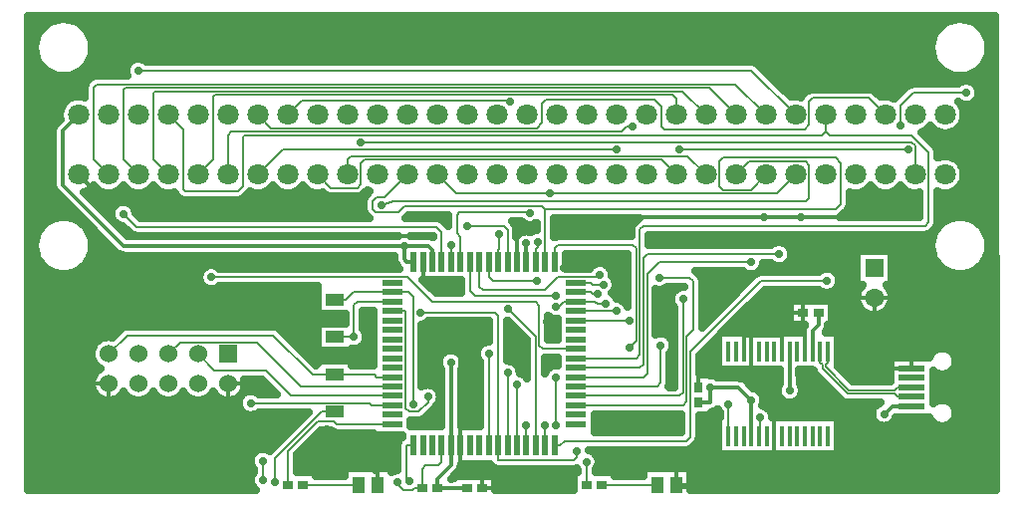
<source format=gbr>
G04 DipTrace 3.1.0.1*
G04 Top.gbr*
%MOMM*%
G04 #@! TF.FileFunction,Copper,L1,Top*
G04 #@! TF.Part,Single*
G04 #@! TA.AperFunction,Conductor*
%ADD13C,0.3*%
%ADD14C,0.15*%
G04 #@! TA.AperFunction,CopperBalancing*
%ADD15C,0.635*%
%ADD16C,0.33*%
%ADD17R,0.9X0.7*%
%ADD18R,0.7X0.9*%
G04 #@! TA.AperFunction,ComponentPad*
%ADD19R,1.6X1.6*%
%ADD20C,1.6*%
%ADD21R,1.0X1.45*%
G04 #@! TA.AperFunction,ComponentPad*
%ADD22C,1.8*%
%ADD24R,2.3X0.5*%
%ADD25R,2.5X2.0*%
G04 #@! TA.AperFunction,ComponentPad*
%ADD26C,1.524*%
%ADD27R,1.524X1.524*%
%ADD28R,1.5X1.0*%
%ADD29R,0.4X1.8*%
%ADD31R,1.8X0.5*%
%ADD32R,0.5X1.8*%
G04 #@! TA.AperFunction,ViaPad*
%ADD33C,0.7*%
%FSLAX35Y35*%
G04*
G71*
G90*
G75*
G01*
G04 Top*
%LPD*%
X7747500Y2259750D2*
D13*
Y2433750D1*
X7797500Y2483750D1*
Y2587500D1*
X4675000Y2168110D2*
Y1461500D1*
X4515000Y3021500D2*
Y3121487D1*
X4479987Y3156500D1*
X4277000D1*
X7227500Y1539750D2*
Y1845510D1*
X4277000Y3156500D2*
Y3041953D1*
X4297453Y3021500D1*
X4355000D1*
X5315000Y3176500D2*
Y3021500D1*
X7552500Y1925510D2*
Y2259750D1*
X4559000Y1095250D2*
X4810000D1*
X4675000Y1461500D2*
Y1291250D1*
X4559000Y1175250D1*
Y1095250D1*
X4277000Y3156500D2*
X1892090D1*
X1373000Y3675590D1*
Y4135250D1*
X1508000Y4270250D1*
X6878500Y1955500D2*
Y1825500D1*
X6778500D1*
X7227500Y1845510D2*
X7117510Y1955500D1*
X6878500D1*
X8589273Y1793877D2*
X8423060D1*
X8355610Y1726427D1*
X4556000Y3762247D2*
D14*
X4715997Y3602250D1*
X5510510D1*
X5413940Y3191023D2*
Y3143393D1*
X5398063Y3127517D1*
Y3021500D1*
X5395000D1*
X5510510Y3602250D2*
X7444003D1*
X7604000Y3762247D1*
X4302000D2*
X4106953Y3567200D1*
X4038060D1*
X4004627Y3533767D1*
Y3471763D1*
X4035493Y3440897D1*
X4227737D1*
X4281570Y3494730D1*
X5445000D1*
X5475000Y3464730D1*
X7940500D1*
X7985960Y3510190D1*
Y3859290D1*
X7940500Y3904750D1*
X6984500D1*
X6954500Y3874750D1*
Y3662250D1*
X6984500Y3632250D1*
X7220003D1*
X7350000Y3762247D1*
X5475000Y3464730D2*
Y3021500D1*
X7096000Y3762247D2*
X7208503Y3874750D1*
X7686500D1*
X7716500Y3844750D1*
Y3564490D1*
X7686500Y3534490D1*
X4183590D1*
X4079850Y3503073D1*
X6192500Y2289000D2*
X6250000Y2346500D1*
Y3134000D1*
X6220000Y3164000D1*
X5585000D1*
X5555000Y3134000D1*
Y3021500D1*
X6842000Y3762247D2*
X6684497Y3919750D1*
X3824000D1*
X3794000Y3889750D1*
Y3762247D1*
X5969623Y2825860D2*
X5874363D1*
X5858723Y2841500D1*
X5735000D1*
X6588000Y3762247D2*
X6460497Y3889750D1*
X3936500D1*
X3906500Y3859750D1*
Y3679750D1*
X3876500Y3649750D1*
X3652497D1*
X3540000Y3762247D1*
X5924517Y2745003D2*
X5875837D1*
X5858487Y2762353D1*
X5788547D1*
X5789400Y2761500D1*
X5735000D1*
X5985627Y2667433D2*
X5922237D1*
X5895937Y2681500D1*
X5735000D1*
X5563140Y1629697D2*
Y2035500D1*
X5565000D1*
X5735000Y2681500D2*
X5634743D1*
X5592680Y2639437D1*
X5565000D1*
X6080000Y3977250D2*
X3247003D1*
X3032000Y3762247D1*
X6080000Y2601500D2*
X5735000D1*
X6214113Y4173047D2*
X6168283D1*
X6122987Y4127750D1*
X2808000D1*
X2778000Y4097750D1*
Y3762247D1*
X6192500Y2521500D2*
X5735000D1*
X6588000Y4270250D2*
Y4410250D1*
X6558000Y4440250D1*
X2666500D1*
X2651263Y4425013D1*
Y3889510D1*
X2524000Y3762247D1*
X5735000Y1801500D2*
X6645500D1*
X6675500Y1831500D1*
Y2387760D1*
X6733000Y2445260D1*
Y2856310D1*
X6703000Y2886310D1*
X6446500D1*
X6842000Y4270250D2*
X6642000Y4470250D1*
X2158500D1*
X2143500Y4455250D1*
Y3888747D1*
X2270000Y3762247D1*
X6645500Y2703020D2*
Y1911500D1*
X6615500Y1881500D1*
X5735000D1*
X7096000Y4270250D2*
X6866000Y4500250D1*
X1904500D1*
X1889950Y4485700D1*
Y3888297D1*
X2016000Y3762247D1*
X6457500Y2310310D2*
Y1991500D1*
X6427500Y1961500D1*
X5735000D1*
X7350000Y4270250D2*
X7090000Y4530250D1*
X1665500D1*
X1635500Y4500250D1*
Y3888747D1*
X1762000Y3762247D1*
X7223880Y3016380D2*
X6442480D1*
X6340000Y2913900D1*
Y2071500D1*
X6310000Y2041500D1*
X5735000D1*
X7462500Y3086000D2*
X6340000D1*
X6310000Y3056000D1*
Y2151500D1*
X6280000Y2121500D1*
X5735000D1*
X7604000Y4270250D2*
X7226500Y4647750D1*
X2016000D1*
X2270000Y4270250D2*
X2397373Y4142877D1*
Y3634887D1*
X2412500Y3619760D1*
X2860500D1*
X2905427Y3664687D1*
Y4082677D1*
X2920500Y4097750D1*
X7828000D1*
X7858000Y4127750D1*
Y4270250D1*
Y4128693D2*
X7888943Y4097750D1*
X8587517D1*
X8732500Y3952767D1*
Y3355577D1*
X8702500Y3325577D1*
X6310007D1*
X6280000Y3295570D1*
Y2231500D1*
X6250000Y2201500D1*
X5735000D1*
X2636500Y2889000D2*
X4302940D1*
X4513640Y2678300D1*
X5395000D1*
X5425000Y2648300D1*
Y2311500D1*
X5455000Y2281500D1*
X5735000D1*
X4477217Y1873260D2*
Y1825630D1*
X4397833Y1746247D1*
X4318450D1*
X4287500Y1777197D1*
Y2601500D1*
X4175000D1*
X5565903Y2729470D2*
X4882800D1*
X4835000Y2777270D1*
Y3021500D1*
X4811270Y3325353D2*
X5122940D1*
X5155000Y3293290D1*
Y3021500D1*
X4995000Y2240610D2*
Y1461500D1*
X8494013Y4175377D2*
Y4350640D1*
X8601130Y4457757D1*
X9053790D1*
X5075000Y1461500D2*
Y1333453D1*
X5715597D1*
X5741677Y1359533D1*
Y1407747D1*
X4414500Y2590790D2*
X5045003D1*
X5075000Y2560793D1*
Y1461500D1*
X5155000Y2076533D2*
Y1461500D1*
X3906500Y4037250D2*
X8590000D1*
X8620000Y4007250D1*
Y3762247D1*
X5235000Y1975610D2*
Y1461500D1*
X5315000Y1633253D2*
Y1461500D1*
X5176500Y4382750D2*
Y4390203D1*
X3405953D1*
X3286000Y4270250D1*
X5162500Y2620800D2*
X5395000Y2388300D1*
Y1461500D1*
X8562500Y3977250D2*
X6618000D1*
X3032000Y4270250D2*
X3144500Y4157750D1*
X5400500D1*
X5445687Y4202937D1*
Y4367937D1*
X5477617Y4399867D1*
X6399383D1*
X6459420Y4339830D1*
Y4174830D1*
X6484960Y4149290D1*
X7678040D1*
X7716500Y4187750D1*
Y4382750D1*
X7746500Y4412750D1*
X8223500D1*
X8366000Y4270250D1*
X5475000Y1630407D2*
Y1461500D1*
X7868780Y2858900D2*
X7310493D1*
X6705500Y2253907D1*
Y1527000D1*
X6675500Y1497000D1*
X5638000D1*
X5602500Y1461500D1*
X5555000D1*
X3682877Y2381127D2*
X3849000Y2381130D1*
X7303263Y1695327D2*
Y1539750D1*
X7292500D1*
X3849000Y2381130D2*
Y2651500D1*
X3879000Y2681500D1*
X4175000D1*
X4350203Y1809753D2*
Y2726297D1*
X4315000Y2761500D1*
X4175000D1*
X7033360Y1809753D2*
Y1539750D1*
X7032500D1*
X4175000Y2761500D2*
X3843257D1*
X3780380Y2698623D1*
X3682873D1*
X7162500Y2259750D2*
D13*
Y2397190D1*
X7227500D1*
X7489940D1*
X7525537Y2432787D1*
Y2540080D1*
X7572957Y2587500D1*
X7667500D1*
X7489940Y2397190D2*
X7487500Y2259750D1*
X6778500Y1955500D2*
Y2045500D1*
X6826127D1*
X7092500D1*
X7122500Y2015500D1*
X7207127D1*
X7227500D1*
Y2045500D1*
X7422500Y1850500D1*
Y1539750D1*
X4755000Y2435790D2*
Y1461500D1*
X4034017Y1253313D2*
X4048000D1*
Y1127000D1*
X7525537Y2432787D2*
X7648707D1*
X7682500Y2398993D1*
Y2259750D1*
X7227500Y2045500D2*
Y2259750D1*
X5242353Y3260450D2*
X5235000D1*
Y3021500D1*
X4560250Y2861500D2*
X4435000D1*
Y3021500D1*
X7667500Y2587500D2*
Y2666167D1*
X7715833Y2714500D1*
X8270750D1*
X6733690Y1095250D2*
X6718690Y1110250D1*
X6588000D1*
Y1127000D1*
X7422500Y1539750D2*
Y1155250D1*
X7362500Y1095250D1*
X6733690D1*
X4907427Y1236707D2*
X4936977Y1207157D1*
Y1095250D1*
X4940000D1*
X4755000Y1461500D2*
Y1304500D1*
X4822793Y1236707D1*
X4907427D1*
X7227500Y2259750D2*
Y2397190D1*
X7207127Y2063623D2*
Y2015500D1*
X6826127Y2079500D2*
Y2045500D1*
X8080250Y3428877D2*
X8000877D1*
X7969127Y3397127D1*
X7651627D1*
X7334127D1*
X5841877D1*
X5762500Y3317750D1*
X4524250Y3238373D2*
X4048000D1*
X3413000D1*
X2873250D1*
X2285873D1*
X1905477D1*
X1682627Y3461223D1*
Y3587620D1*
X1508000Y3762247D1*
X8589273Y2113877D2*
X8364533D1*
X8287617Y2190793D1*
Y2317807D1*
X8368687Y2398877D1*
X8599273D1*
X3286000Y1127000D2*
D14*
Y1412370D1*
X3539770Y1666140D1*
X3679433D1*
X3704077Y1641500D1*
X4175000D1*
X3888000Y1127000D2*
X3746280D1*
X3416000D1*
X1889320Y3429173D2*
X2000457Y3318037D1*
X4551043D1*
X4595000Y3274080D1*
Y3021500D1*
X5938500Y2909010D2*
X5918490Y2889000D1*
X5579610D1*
X5470420Y2779810D1*
X4945000D1*
X4915000Y2809810D1*
Y3021500D1*
X5402287Y2862187D2*
X5029323D1*
X4995000Y2896510D1*
Y3021500D1*
X5343010Y3437230D2*
X5340220Y3440020D1*
X4742800D1*
X4722500Y3419720D1*
Y3265250D1*
X4755000Y3232750D1*
Y3021500D1*
X4321960Y1152750D2*
X4294460Y1180250D1*
Y1461500D1*
X4355000D1*
X3074600Y1328610D2*
Y1164500D1*
X3076000D1*
X5824600Y1320220D2*
Y1127000D1*
X5826000D1*
X6428000D2*
X6325500D1*
X5956000D1*
X2969900Y1818630D2*
X3984390D1*
X4001520Y1801500D1*
X4175000D1*
Y2041500D2*
X4043557D1*
X4021430Y2063627D1*
X3682877D1*
X3495697D1*
X3162373Y2396950D1*
X1920700D1*
X1762000Y2238250D1*
X4175000Y1881500D2*
X3315810D1*
X3099360Y2097950D1*
X2664300D1*
X2524000Y2238250D1*
X4175000Y1961500D2*
X3397280D1*
X3021830Y2336950D1*
X2368700D1*
X2270000Y2238250D1*
X8589273Y1873877D2*
X8466773D1*
X8441773Y1898877D1*
X8417773D1*
X8045713D1*
X7830047Y2114543D1*
X7830037Y2144757D1*
X7812530Y2162250D1*
X7812500Y2259750D1*
X8589273Y1953877D2*
X8466773D1*
X8441773Y1928877D1*
X8417773D1*
X8058140D1*
X7860040Y2126977D1*
X7860037Y2144763D1*
X7877530Y2162270D1*
X7877500Y2259770D1*
X5081887Y3256843D2*
Y3128873D1*
X5077367Y3124353D1*
Y3073533D1*
X5075000Y3075900D1*
Y3021500D1*
X3177753Y1147530D2*
Y1351753D1*
X3572123Y1746123D1*
X3682877D1*
X4429000Y1095250D2*
Y1258860D1*
X4459000Y1288860D1*
X4565000D1*
X4595000Y1318860D1*
Y1461500D1*
X4220207Y1145667D2*
Y1128753D1*
X4271960Y1077000D1*
X4347777D1*
X4366027Y1095250D1*
X4429000D1*
X4675000Y3161500D2*
Y3021500D1*
D33*
X7651627Y3397127D3*
X7334127D3*
X8080250Y3428877D3*
X8572377D3*
X9293393Y5105470D3*
X1084587Y5106413D3*
Y1085450D3*
X9299150Y1082847D3*
X2285873Y3238373D3*
X2873250D3*
X4540123Y3397127D3*
X3270127Y3460623D3*
X3555873Y3460627D3*
X3270127Y3016127D3*
X3555873D3*
X3253777Y2484897D3*
X3508250Y2333500D3*
X4000373Y2603377D3*
X7207127Y2063623D3*
X7762750Y1793757D3*
X8469067Y1695803D3*
X7397627Y2651000D3*
X8064377Y2158873D3*
X6826127Y2079500D3*
X5762500Y3000250D3*
Y3317750D3*
X5492627Y2508123D3*
Y2158873D3*
X3460627Y1412753D3*
X4048000D3*
X5635500Y2968500D3*
X5206873Y2317627D3*
X3413000Y3238373D3*
X4048000D3*
X4524250D3*
X5984750Y1603250D3*
X6461000D3*
X6556250Y2079500D3*
X6445127Y2651000D3*
X6857873Y1555623D3*
X7684303Y2079657D3*
X8366000Y1523873D3*
X7540500Y1698500D3*
X3614273Y1601140D3*
X3413480Y1730370D3*
X4675000Y2168110D3*
X4277000Y3156500D3*
X5315000Y3176500D3*
X8355610Y1726427D3*
X6878500Y1955500D3*
X7552500Y1925510D3*
X7227500Y1845510D3*
X5413940Y3191023D3*
X5510510Y3602250D3*
X4079850Y3503073D3*
X6192500Y2289000D3*
X5969623Y2825860D3*
X5924517Y2745003D3*
X5565000Y2639437D3*
Y2035500D3*
X5563140Y1629697D3*
X5985627Y2667433D3*
X6080000Y3977250D3*
Y2601500D3*
X6214113Y4173047D3*
X6192500Y2521500D3*
X6446500Y2886310D3*
X6645500Y2703020D3*
X6457500Y2310310D3*
X7223880Y3016380D3*
X7462500Y3086000D3*
X2016000Y4647750D3*
X2636500Y2889000D3*
X4477217Y1873260D3*
X5565903Y2729470D3*
X4811270Y3325353D3*
X4995000Y2240610D3*
X5741677Y1407747D3*
X9053790Y4457757D3*
X8494013Y4175377D3*
X4414500Y2590790D3*
X5155000Y2076533D3*
X5235000Y1975610D3*
X3906500Y4037250D3*
X5315000Y1633253D3*
X5162500Y2620800D3*
X6618000Y3977250D3*
X8562500D3*
X5176500Y4382750D3*
X5475000Y1630407D3*
X7868780Y2858900D3*
X7303263Y1695327D3*
X3849000Y2381130D3*
X4350203Y1809753D3*
X7033360D3*
X4034017Y1253313D3*
X5242353Y3260450D3*
X4907427Y1236707D3*
X4755000Y2435790D3*
X6733690Y1095250D3*
X4560250Y2861500D3*
X1889320Y3429173D3*
X5938500Y2909010D3*
X5402287Y2862187D3*
X5343010Y3437230D3*
X4321960Y1152750D3*
X3076000Y1164500D3*
X3074600Y1328610D3*
X5824600Y1320220D3*
X2969900Y1818630D3*
X5081887Y3256843D3*
X3177753Y1147530D3*
X4220207Y1145667D3*
X4675000Y3161500D3*
X1085773Y5048457D2*
D15*
X1248253D1*
X1513793D2*
X8868230D1*
X9133767D2*
X9296340D1*
X1085773Y4985290D2*
X1179440D1*
X1582517D2*
X8799413D1*
X9202583D2*
X9296340D1*
X1085773Y4922123D2*
X1146080D1*
X1615877D2*
X8766053D1*
X9235940D2*
X9296340D1*
X1085773Y4858957D2*
X1132957D1*
X1629000D2*
X8752930D1*
X9249067D2*
X9296340D1*
X1085773Y4795790D2*
X1136783D1*
X1625263D2*
X8756757D1*
X9245240D2*
X9296340D1*
X1085773Y4732623D2*
X1158293D1*
X1603663D2*
X1952540D1*
X2079443D2*
X8778360D1*
X9223637D2*
X9296340D1*
X1085773Y4669457D2*
X1204323D1*
X1557727D2*
X1909700D1*
X7316957D2*
X8824297D1*
X9177700D2*
X9296430D1*
X1085773Y4606290D2*
X1317527D1*
X1444430D2*
X1916170D1*
X7380120D2*
X8937500D1*
X9064497D2*
X9296430D1*
X1085773Y4543123D2*
X1567903D1*
X7443287D2*
X8991093D1*
X9116450D2*
X9296430D1*
X1085773Y4479957D2*
X1554323D1*
X7506450D2*
X7707303D1*
X8262687D2*
X8511210D1*
X9160017D2*
X9296430D1*
X1085773Y4416790D2*
X1444490D1*
X9153910D2*
X9296430D1*
X1085773Y4353623D2*
X1368293D1*
X9013727D2*
X9296523D1*
X1085773Y4290457D2*
X1345690D1*
X9036333D2*
X9296523D1*
X1085773Y4227290D2*
X1342317D1*
X9031683D2*
X9296523D1*
X1085773Y4164123D2*
X1289633D1*
X8996410D2*
X9296523D1*
X1085773Y4100957D2*
X1284347D1*
X8696450D2*
X9296523D1*
X1085773Y4037790D2*
X1284347D1*
X8759613D2*
X9296613D1*
X1085773Y3974623D2*
X1284347D1*
X8810380D2*
X9296613D1*
X1085773Y3911457D2*
X1284347D1*
X8930147D2*
X9296613D1*
X1085773Y3848290D2*
X1284347D1*
X9011997D2*
X9296613D1*
X1085773Y3785123D2*
X1284347D1*
X9035967D2*
X9296613D1*
X1085773Y3721957D2*
X1284347D1*
X9032413D2*
X9296613D1*
X1085773Y3658790D2*
X1286080D1*
X8998870D2*
X9296707D1*
X1085773Y3595623D2*
X1330287D1*
X1575680D2*
X2327330D1*
X2948520D2*
X3594530D1*
X8067087D2*
X8651393D1*
X8813663D2*
X9296707D1*
X1085773Y3532457D2*
X1393450D1*
X1638847D2*
X3923477D1*
X8067087D2*
X8651393D1*
X8813663D2*
X9296707D1*
X1085773Y3469290D2*
X1456613D1*
X1702010D2*
X1788840D1*
X1989757D2*
X3923567D1*
X8054963D2*
X8651393D1*
X8813663D2*
X9296707D1*
X1085773Y3406123D2*
X1519777D1*
X2024483D2*
X3958110D1*
X4305043D2*
X4641340D1*
X7993350D2*
X8651393D1*
X8813663D2*
X9296707D1*
X1085773Y3342957D2*
X1216990D1*
X1545057D2*
X1582943D1*
X5217230D2*
X5296953D1*
X5556110D2*
X6215793D1*
X9165030D2*
X9296797D1*
X1085773Y3279790D2*
X1164583D1*
X1597373D2*
X1646107D1*
X1891500D2*
X1926563D1*
X5236097D2*
X5356743D1*
X5556110D2*
X6198840D1*
X9217347D2*
X9296797D1*
X1085773Y3216623D2*
X1139337D1*
X1622713D2*
X1709270D1*
X6361110D2*
X8759310D1*
X9242687D2*
X9296797D1*
X1085773Y3153457D2*
X1132407D1*
X1629547D2*
X1772433D1*
X7545733D2*
X8752383D1*
X9249613D2*
X9296797D1*
X1085773Y3090290D2*
X1142343D1*
X1619703D2*
X1836873D1*
X7571073D2*
X8117097D1*
X8424380D2*
X8762317D1*
X9239680D2*
X9296797D1*
X1085773Y3027123D2*
X1171420D1*
X1590630D2*
X4189713D1*
X5653637D2*
X6168853D1*
X7552477D2*
X8117097D1*
X8424380D2*
X8791393D1*
X9210603D2*
X9296887D1*
X1085773Y2963957D2*
X1230937D1*
X1531110D2*
X2560573D1*
X2712453D2*
X4232277D1*
X5653637D2*
X5845833D1*
X6031163D2*
X6168853D1*
X7318050D2*
X8117097D1*
X8424380D2*
X8850910D1*
X9151083D2*
X9296887D1*
X1085773Y2900790D2*
X2528580D1*
X6046840D2*
X6168853D1*
X6799430D2*
X7240273D1*
X7968467D2*
X8117097D1*
X8424380D2*
X9296887D1*
X1085773Y2837623D2*
X2541707D1*
X4466463D2*
X4753813D1*
X6077557D2*
X6168853D1*
X6814107D2*
X7177110D1*
X7975213D2*
X8117097D1*
X8424380D2*
X9296887D1*
X1085773Y2774457D2*
X3534193D1*
X4529627D2*
X4753907D1*
X6064430D2*
X6168853D1*
X6421177D2*
X6565977D1*
X6814107D2*
X7113943D1*
X7338193D2*
X7804740D1*
X7932830D2*
X8129857D1*
X8411620D2*
X9296887D1*
X1085773Y2711290D2*
X3534193D1*
X6084393D2*
X6168853D1*
X6421177D2*
X6537173D1*
X6814107D2*
X7050780D1*
X7275030D2*
X8117187D1*
X8424380D2*
X9296887D1*
X1085773Y2648123D2*
X3534193D1*
X6421177D2*
X6552850D1*
X6814107D2*
X6987617D1*
X7211867D2*
X7548893D1*
X7916150D2*
X8132957D1*
X8408610D2*
X9296980D1*
X1085773Y2584957D2*
X3534193D1*
X3930160D2*
X4011340D1*
X6421177D2*
X6564337D1*
X6814107D2*
X6924453D1*
X7148703D2*
X7548893D1*
X7916150D2*
X8194297D1*
X8347180D2*
X9296980D1*
X1085773Y2521790D2*
X3767890D1*
X3930160D2*
X4011340D1*
X5506163D2*
X5571393D1*
X6421177D2*
X6564337D1*
X6814107D2*
X6861290D1*
X7085537D2*
X7548893D1*
X7916150D2*
X9296980D1*
X1085773Y2458623D2*
X1872057D1*
X3211020D2*
X3534193D1*
X3930160D2*
X4011340D1*
X4431370D2*
X4993893D1*
X5156163D2*
X5212550D1*
X5506163D2*
X5571393D1*
X6421177D2*
X6564337D1*
X7022373D2*
X7662733D1*
X7882243D2*
X9296980D1*
X1085773Y2395457D2*
X1807070D1*
X3276007D2*
X3534193D1*
X3956593D2*
X4011340D1*
X4431370D2*
X4993893D1*
X5156163D2*
X5275717D1*
X5506163D2*
X5571393D1*
X6520523D2*
X6564337D1*
X7971110D2*
X9296980D1*
X1085773Y2332290D2*
X1647290D1*
X3339170D2*
X3534193D1*
X3945200D2*
X4011340D1*
X4431370D2*
X4943307D1*
X5156163D2*
X5313813D1*
X6896047D2*
X6938853D1*
X7971110D2*
X9297070D1*
X1085773Y2269123D2*
X1615480D1*
X3402333D2*
X3534193D1*
X3831540D2*
X4011340D1*
X4431370D2*
X4652550D1*
X4697533D2*
X4890443D1*
X5156163D2*
X5313813D1*
X6832790D2*
X6938853D1*
X7971110D2*
X8783373D1*
X8915200D2*
X9297070D1*
X1085773Y2205957D2*
X1615847D1*
X3465500D2*
X4011340D1*
X4431370D2*
X4573620D1*
X4776357D2*
X4892447D1*
X5156163D2*
X5313813D1*
X5476177D2*
X5571393D1*
X6786670D2*
X6938853D1*
X7971110D2*
X8400650D1*
X8963233D2*
X9297070D1*
X1085773Y2142790D2*
X1648477D1*
X3831540D2*
X4011340D1*
X4431370D2*
X4569517D1*
X4780460D2*
X4913867D1*
X5239287D2*
X5313813D1*
X5476177D2*
X5571393D1*
X6786670D2*
X6938853D1*
X7971110D2*
X8400650D1*
X8963507D2*
X9297070D1*
X1085773Y2079623D2*
X1648477D1*
X4431370D2*
X4586380D1*
X4763597D2*
X4913867D1*
X5263623D2*
X5313813D1*
X6786670D2*
X7463853D1*
X7641163D2*
X7757527D1*
X8019510D2*
X8400650D1*
X8916567D2*
X9297070D1*
X1085773Y2016457D2*
X1615847D1*
X2924183D2*
X3068710D1*
X4431370D2*
X4586380D1*
X4763597D2*
X4913867D1*
X7179143D2*
X7463853D1*
X7641163D2*
X7816040D1*
X8082673D2*
X8400650D1*
X8777933D2*
X9297160D1*
X1085773Y1953290D2*
X1615573D1*
X2924457D2*
X3131873D1*
X4547310D2*
X4586380D1*
X4763597D2*
X4913867D1*
X7242490D2*
X7447720D1*
X7657297D2*
X7879207D1*
X8777933D2*
X9297160D1*
X1085773Y1890123D2*
X1647383D1*
X4763597D2*
X4913867D1*
X7325890D2*
X7450180D1*
X7654833D2*
X7942370D1*
X8777933D2*
X9297160D1*
X1085773Y1826957D2*
X2861627D1*
X4763597D2*
X4913867D1*
X7334457D2*
X7518723D1*
X7586203D2*
X8018840D1*
X8918480D2*
X9297160D1*
X1085773Y1763790D2*
X2877213D1*
X4527530D2*
X4586380D1*
X4763597D2*
X4913867D1*
X7385590D2*
X8253997D1*
X8963870D2*
X9297160D1*
X1085773Y1700623D2*
X3414517D1*
X4464367D2*
X4586380D1*
X4763597D2*
X4913867D1*
X5898637D2*
X6624400D1*
X6786670D2*
X6952253D1*
X7411750D2*
X8250260D1*
X8460930D2*
X8735703D1*
X8962870D2*
X9297160D1*
X1085773Y1637457D2*
X3351353D1*
X4338677D2*
X4586380D1*
X4763597D2*
X4913867D1*
X5898637D2*
X6624400D1*
X6786670D2*
X6938853D1*
X7971110D2*
X8298750D1*
X8412440D2*
X8785467D1*
X8913103D2*
X9297253D1*
X1085773Y1574290D2*
X3288190D1*
X3560017D2*
X3664897D1*
X5898637D2*
X6624400D1*
X6786670D2*
X6938853D1*
X7971110D2*
X9297253D1*
X1085773Y1511123D2*
X3225027D1*
X3496853D2*
X4232187D1*
X6784940D2*
X6938853D1*
X7971110D2*
X9297253D1*
X1085773Y1447957D2*
X3161860D1*
X3433690D2*
X4213320D1*
X6738547D2*
X6938853D1*
X7971110D2*
X9297253D1*
X1085773Y1384790D2*
X2982760D1*
X3370523D2*
X4213320D1*
X5910303D2*
X6938853D1*
X7971110D2*
X9297253D1*
X1085773Y1321623D2*
X2966170D1*
X3367153D2*
X4213320D1*
X5933273D2*
X9297343D1*
X1085773Y1258457D2*
X2993423D1*
X3367153D2*
X3764337D1*
X4171607D2*
X4213320D1*
X4756853D2*
X5736730D1*
X5912490D2*
X6304387D1*
X6711657D2*
X9297343D1*
X1085773Y1195290D2*
X2972097D1*
X5058637D2*
X5707383D1*
X6711657D2*
X9297343D1*
X1085773Y1132123D2*
X2972643D1*
X5058637D2*
X5707383D1*
X6711657D2*
X9297343D1*
X7708543Y2689790D2*
X7909790D1*
Y2485210D1*
X7879803D1*
X7878777Y2470877D1*
X7875763Y2458320D1*
X7870820Y2446390D1*
X7864073Y2435380D1*
X7855670Y2425543D1*
X7860210Y2417060D1*
X7964790D1*
Y2128037D1*
X8089067Y2003720D1*
X8406957Y2003667D1*
X8406983Y2206167D1*
X8741727D1*
X8749223Y2224903D1*
X8758430Y2239927D1*
X8769873Y2253323D1*
X8783270Y2264767D1*
X8798293Y2273973D1*
X8814573Y2280717D1*
X8831707Y2284830D1*
X8849273Y2286213D1*
X8866840Y2284830D1*
X8883973Y2280717D1*
X8900253Y2273973D1*
X8915277Y2264767D1*
X8928673Y2253323D1*
X8940117Y2239927D1*
X8949323Y2224903D1*
X8956067Y2208623D1*
X8960180Y2191490D1*
X8961563Y2173923D1*
X8960180Y2156357D1*
X8956067Y2139223D1*
X8949323Y2122943D1*
X8940117Y2107920D1*
X8928673Y2094523D1*
X8915277Y2083080D1*
X8900253Y2073873D1*
X8883973Y2067130D1*
X8866840Y2063017D1*
X8849273Y2061633D1*
X8831707Y2063017D1*
X8814573Y2067130D1*
X8798293Y2073873D1*
X8783270Y2083080D1*
X8771567Y2092957D1*
X8771563Y1814957D1*
X8783270Y1824767D1*
X8798293Y1833973D1*
X8814573Y1840717D1*
X8831707Y1844830D1*
X8849273Y1846213D1*
X8866840Y1844830D1*
X8883973Y1840717D1*
X8900253Y1833973D1*
X8915277Y1824767D1*
X8928673Y1813323D1*
X8940117Y1799927D1*
X8949323Y1784903D1*
X8956067Y1768623D1*
X8960180Y1751490D1*
X8961563Y1733923D1*
X8960180Y1716357D1*
X8956067Y1699223D1*
X8949323Y1682943D1*
X8940117Y1667920D1*
X8928673Y1654523D1*
X8915277Y1643080D1*
X8900253Y1633873D1*
X8883973Y1627130D1*
X8866840Y1623017D1*
X8849273Y1621633D1*
X8831707Y1623017D1*
X8814573Y1627130D1*
X8798293Y1633873D1*
X8783270Y1643080D1*
X8769873Y1654523D1*
X8758430Y1667920D1*
X8749223Y1682943D1*
X8742480Y1699223D1*
X8741817Y1701577D1*
X8454833Y1701587D1*
X8450113Y1687283D1*
X8442827Y1672980D1*
X8433393Y1659993D1*
X8422043Y1648643D1*
X8409057Y1639210D1*
X8394753Y1631923D1*
X8379490Y1626963D1*
X8363637Y1624453D1*
X8347583D1*
X8331730Y1626963D1*
X8316467Y1631923D1*
X8302163Y1639210D1*
X8289177Y1648643D1*
X8277827Y1659993D1*
X8268393Y1672980D1*
X8261107Y1687283D1*
X8256147Y1702547D1*
X8253637Y1718400D1*
Y1734453D1*
X8256147Y1750307D1*
X8261107Y1765570D1*
X8268393Y1779873D1*
X8277827Y1792860D1*
X8289177Y1804210D1*
X8302163Y1813643D1*
X8316467Y1820930D1*
X8324440Y1824087D1*
X8039847Y1824317D1*
X8028253Y1826153D1*
X8017093Y1829780D1*
X8006637Y1835107D1*
X7997140Y1842007D1*
X7844337Y1994483D1*
X7773193Y2065953D1*
X7766290Y2075443D1*
X7760960Y2085900D1*
X7757323Y2097083D1*
X7741457Y2102460D1*
X7634777D1*
X7635253Y1985633D1*
X7643640Y1971950D1*
X7649783Y1957120D1*
X7653530Y1941513D1*
X7654790Y1925510D1*
X7653530Y1909507D1*
X7649783Y1893900D1*
X7643640Y1879070D1*
X7635253Y1865387D1*
X7624830Y1853180D1*
X7612623Y1842757D1*
X7598940Y1834370D1*
X7584110Y1828227D1*
X7568503Y1824480D1*
X7552500Y1823220D1*
X7536497Y1824480D1*
X7520890Y1828227D1*
X7506060Y1834370D1*
X7492377Y1842757D1*
X7480170Y1853180D1*
X7469747Y1865387D1*
X7461360Y1879070D1*
X7455217Y1893900D1*
X7451470Y1909507D1*
X7450210Y1925510D1*
X7451470Y1941513D1*
X7455217Y1957120D1*
X7461360Y1971950D1*
X7470193Y1986200D1*
X7470210Y2102423D1*
X6945210Y2102460D1*
Y2387837D1*
X6780300Y2222937D1*
X6780290Y2067877D1*
X6880790Y2067790D1*
Y2057783D1*
X6894503Y2056530D1*
X6910110Y2052783D1*
X6924940Y2046640D1*
X6939190Y2037807D1*
X7123967Y2037537D1*
X7136720Y2035517D1*
X7149000Y2031527D1*
X7160507Y2025663D1*
X7170953Y2018073D1*
X7242660Y1946723D1*
X7259110Y1942793D1*
X7273940Y1936650D1*
X7287623Y1928263D1*
X7299830Y1917840D1*
X7310253Y1905633D1*
X7318640Y1891950D1*
X7324783Y1877120D1*
X7328530Y1861513D1*
X7329790Y1845510D1*
X7328530Y1829507D1*
X7324783Y1813900D1*
X7318640Y1799070D1*
X7317277Y1796637D1*
X7334873Y1792610D1*
X7349703Y1786467D1*
X7363387Y1778080D1*
X7375593Y1767657D1*
X7386017Y1755450D1*
X7394403Y1741767D1*
X7400547Y1726937D1*
X7404293Y1711330D1*
X7405487Y1697050D1*
X7704790Y1697040D1*
X7899790Y1696947D1*
X7964790Y1697040D1*
Y1382460D1*
X7595210D1*
X7400210Y1382550D1*
X7205210D1*
X7010210Y1382460D1*
X6945210D1*
Y1697040D1*
X6958610D1*
X6958570Y1739997D1*
X6950607Y1749630D1*
X6942220Y1763313D1*
X6939183Y1769897D1*
X6926870Y1758927D1*
X6915860Y1752180D1*
X6903930Y1747237D1*
X6891373Y1744223D1*
X6884930Y1743463D1*
X6880790Y1727790D1*
Y1713210D1*
X6780257D1*
X6780060Y1521133D1*
X6778223Y1509540D1*
X6774597Y1498380D1*
X6769270Y1487923D1*
X6762370Y1478427D1*
X6728383Y1444117D1*
X6719460Y1436493D1*
X6709453Y1430360D1*
X6698610Y1425870D1*
X6687200Y1423130D1*
X6675500Y1422210D1*
X5842883D1*
X5856210Y1417503D1*
X5871040Y1411360D1*
X5884723Y1402973D1*
X5896930Y1392550D1*
X5907353Y1380343D1*
X5915740Y1366660D1*
X5921883Y1351830D1*
X5925630Y1336223D1*
X5926890Y1320220D1*
X5925630Y1304217D1*
X5921883Y1288610D1*
X5915740Y1273780D1*
X5907353Y1260097D1*
X5899390Y1250220D1*
Y1229347D1*
X6068290Y1229290D1*
Y1201853D1*
X6310647Y1201790D1*
X6310710Y1266790D1*
X6705290D1*
Y1079413D1*
X9303707Y1079423D1*
X9302633Y5111583D1*
X1079387Y5111623D1*
X1079377Y1079453D1*
X3019203Y1079387D1*
X3009567Y1086717D1*
X2998217Y1098067D1*
X2988783Y1111053D1*
X2981497Y1125357D1*
X2976537Y1140620D1*
X2974027Y1156473D1*
Y1172527D1*
X2976537Y1188380D1*
X2981497Y1203643D1*
X2988783Y1217947D1*
X2999817Y1232660D1*
X2999810Y1258837D1*
X2991847Y1268487D1*
X2983460Y1282170D1*
X2977317Y1297000D1*
X2973570Y1312607D1*
X2972310Y1328610D1*
X2973570Y1344613D1*
X2977317Y1360220D1*
X2983460Y1375050D1*
X2991847Y1388733D1*
X3002270Y1400940D1*
X3014477Y1411363D1*
X3028160Y1419750D1*
X3042990Y1425893D1*
X3058597Y1429640D1*
X3074600Y1430900D1*
X3090603Y1429640D1*
X3106210Y1425893D1*
X3121040Y1419750D1*
X3132873Y1412603D1*
X3464067Y1743837D1*
X3039663Y1743840D1*
X3030023Y1735877D1*
X3016340Y1727490D1*
X3001510Y1721347D1*
X2985903Y1717600D1*
X2969900Y1716340D1*
X2953897Y1717600D1*
X2938290Y1721347D1*
X2923460Y1727490D1*
X2909777Y1735877D1*
X2897570Y1746300D1*
X2887147Y1758507D1*
X2878760Y1772190D1*
X2872617Y1787020D1*
X2868870Y1802627D1*
X2867610Y1818630D1*
X2868870Y1834633D1*
X2872617Y1850240D1*
X2878760Y1865070D1*
X2887147Y1878753D1*
X2897570Y1890960D1*
X2909777Y1901383D1*
X2923460Y1909770D1*
X2938290Y1915913D1*
X2953897Y1919660D1*
X2969900Y1920920D1*
X2985903Y1919660D1*
X3001510Y1915913D1*
X3016340Y1909770D1*
X3030023Y1901383D1*
X3039900Y1893420D1*
X3198037D1*
X3068350Y2023190D1*
X2916067Y2023160D1*
X2919447Y2008377D1*
X2921383Y1989823D1*
X2920807Y1970273D1*
X2917787Y1951863D1*
X2912407Y1934003D1*
X2904750Y1916993D1*
X2894957Y1901120D1*
X2883183Y1886650D1*
X2869633Y1873830D1*
X2854537Y1862877D1*
X2838143Y1853973D1*
X2820737Y1847270D1*
X2802603Y1842887D1*
X2784060Y1840887D1*
X2765410Y1841313D1*
X2746973Y1844153D1*
X2729063Y1849363D1*
X2711977Y1856850D1*
X2696010Y1866493D1*
X2681427Y1878123D1*
X2668473Y1891547D1*
X2657373Y1906540D1*
X2651007Y1917487D1*
X2640087Y1899910D1*
X2625463Y1882787D1*
X2608340Y1868163D1*
X2589143Y1856400D1*
X2568340Y1847783D1*
X2546447Y1842527D1*
X2524000Y1840760D1*
X2501553Y1842527D1*
X2479660Y1847783D1*
X2458857Y1856400D1*
X2439660Y1868163D1*
X2422537Y1882787D1*
X2407913Y1899910D1*
X2397030Y1917533D1*
X2386087Y1899910D1*
X2371463Y1882787D1*
X2354340Y1868163D1*
X2335143Y1856400D1*
X2314340Y1847783D1*
X2292447Y1842527D1*
X2270000Y1840760D1*
X2247553Y1842527D1*
X2225660Y1847783D1*
X2204857Y1856400D1*
X2185660Y1868163D1*
X2168537Y1882787D1*
X2153913Y1899910D1*
X2143030Y1917533D1*
X2132087Y1899910D1*
X2117463Y1882787D1*
X2100340Y1868163D1*
X2081143Y1856400D1*
X2060340Y1847783D1*
X2038447Y1842527D1*
X2016000Y1840760D1*
X1993553Y1842527D1*
X1971660Y1847783D1*
X1950857Y1856400D1*
X1931660Y1868163D1*
X1914537Y1882787D1*
X1899913Y1899910D1*
X1889030Y1917533D1*
X1878957Y1901120D1*
X1867183Y1886650D1*
X1853633Y1873830D1*
X1838537Y1862877D1*
X1822143Y1853973D1*
X1804737Y1847270D1*
X1786603Y1842887D1*
X1768060Y1840887D1*
X1749410Y1841313D1*
X1730973Y1844153D1*
X1713063Y1849363D1*
X1695977Y1856850D1*
X1680010Y1866493D1*
X1665427Y1878123D1*
X1652473Y1891547D1*
X1641373Y1906540D1*
X1632313Y1922843D1*
X1625443Y1940187D1*
X1620880Y1958273D1*
X1618703Y1976800D1*
X1618947Y1995450D1*
X1621610Y2013913D1*
X1626643Y2031877D1*
X1633967Y2049033D1*
X1643450Y2065093D1*
X1654940Y2079790D1*
X1668240Y2092870D1*
X1683123Y2104113D1*
X1695223Y2111253D1*
X1677660Y2122163D1*
X1660537Y2136787D1*
X1645913Y2153910D1*
X1634150Y2173107D1*
X1625533Y2193910D1*
X1620277Y2215803D1*
X1618510Y2238250D1*
X1620277Y2260697D1*
X1625533Y2282590D1*
X1634150Y2303393D1*
X1645913Y2322590D1*
X1660537Y2339713D1*
X1677660Y2354337D1*
X1696857Y2366100D1*
X1717660Y2374717D1*
X1739553Y2379973D1*
X1762000Y2381740D1*
X1784447Y2379973D1*
X1795710Y2377717D1*
X1872127Y2453820D1*
X1881623Y2460720D1*
X1892080Y2466047D1*
X1903240Y2469673D1*
X1914833Y2471510D1*
X2130700Y2471740D1*
X3168240Y2471510D1*
X3179833Y2469673D1*
X3190993Y2466047D1*
X3201450Y2460720D1*
X3210947Y2453820D1*
X3363750Y2301343D1*
X3526617Y2138477D1*
X3540587Y2156337D1*
Y2180917D1*
X3825167D1*
Y2138350D1*
X4017670Y2138417D1*
X4017710Y2606800D1*
X3923710Y2606710D1*
X3923790Y2450887D1*
X3931753Y2441253D1*
X3940140Y2427570D1*
X3946283Y2412740D1*
X3950030Y2397133D1*
X3951290Y2381130D1*
X3950030Y2365127D1*
X3946283Y2349520D1*
X3940140Y2334690D1*
X3931753Y2321007D1*
X3921330Y2308800D1*
X3909123Y2298377D1*
X3895440Y2289990D1*
X3880610Y2283847D1*
X3865003Y2280100D1*
X3849000Y2278840D1*
X3832997Y2280100D1*
X3825150Y2281660D1*
X3825167Y2263837D1*
X3540587D1*
Y2498417D1*
X3774193D1*
X3774210Y2581377D1*
X3540583Y2581333D1*
Y2814210D1*
X2706340D1*
X2696623Y2806247D1*
X2682940Y2797860D1*
X2668110Y2791717D1*
X2652503Y2787970D1*
X2636500Y2786710D1*
X2620497Y2787970D1*
X2604890Y2791717D1*
X2590060Y2797860D1*
X2576377Y2806247D1*
X2564170Y2816670D1*
X2553747Y2828877D1*
X2545360Y2842560D1*
X2539217Y2857390D1*
X2535470Y2872997D1*
X2534210Y2889000D1*
X2535470Y2905003D1*
X2539217Y2920610D1*
X2545360Y2935440D1*
X2553747Y2949123D1*
X2564170Y2961330D1*
X2576377Y2971753D1*
X2590060Y2980140D1*
X2604890Y2986283D1*
X2620497Y2990030D1*
X2636500Y2991290D1*
X2652503Y2990030D1*
X2668110Y2986283D1*
X2682940Y2980140D1*
X2696623Y2971753D1*
X2706500Y2963790D1*
X4238753D1*
X4214427Y2988510D1*
X4206837Y2998957D1*
X4200973Y3010463D1*
X4196983Y3022743D1*
X4194963Y3035497D1*
X4194710Y3074127D1*
X1892090Y3074210D1*
X1879217Y3075223D1*
X1866660Y3078237D1*
X1854730Y3083180D1*
X1843720Y3089927D1*
X1833903Y3098313D1*
X1310427Y3622147D1*
X1302837Y3632593D1*
X1296973Y3644100D1*
X1292983Y3656380D1*
X1290963Y3669133D1*
X1290710Y3838923D1*
X1290963Y4141707D1*
X1292983Y4154460D1*
X1296973Y4166740D1*
X1302837Y4178247D1*
X1310427Y4188693D1*
X1354963Y4233590D1*
X1351193Y4257910D1*
Y4282590D1*
X1355057Y4306970D1*
X1362683Y4330443D1*
X1373887Y4352433D1*
X1388397Y4372403D1*
X1405847Y4389853D1*
X1425817Y4404363D1*
X1447807Y4415567D1*
X1471280Y4423193D1*
X1495660Y4427057D1*
X1520340D1*
X1544720Y4423193D1*
X1560723Y4418323D1*
X1560940Y4506117D1*
X1562777Y4517710D1*
X1566403Y4528870D1*
X1571730Y4539327D1*
X1578630Y4548823D1*
X1612617Y4583133D1*
X1621540Y4590757D1*
X1631547Y4596890D1*
X1642390Y4601380D1*
X1653800Y4604120D1*
X1665523Y4605040D1*
X1922987D1*
X1916537Y4623870D1*
X1914027Y4639723D1*
Y4655777D1*
X1916537Y4671630D1*
X1921497Y4686893D1*
X1928783Y4701197D1*
X1938217Y4714183D1*
X1949567Y4725533D1*
X1962553Y4734967D1*
X1976857Y4742253D1*
X1992120Y4747213D1*
X2007973Y4749723D1*
X2024027D1*
X2039880Y4747213D1*
X2055143Y4742253D1*
X2069447Y4734967D1*
X2082433Y4725533D1*
X2086000Y4722540D1*
X7232367Y4722310D1*
X7243960Y4720473D1*
X7255120Y4716847D1*
X7265577Y4711520D1*
X7275073Y4704620D1*
X7427877Y4552143D1*
X7559033Y4420987D1*
X7579393Y4425603D1*
X7604000Y4427540D1*
X7628607Y4425603D1*
X7651723Y4420090D1*
X7659630Y4431323D1*
X7693617Y4465633D1*
X7702540Y4473257D1*
X7712547Y4479390D1*
X7723390Y4483880D1*
X7734800Y4486620D1*
X7746500Y4487540D1*
X8229367Y4487310D1*
X8240960Y4485473D1*
X8252120Y4481847D1*
X8262577Y4476520D1*
X8272073Y4469620D1*
X8321047Y4420970D1*
X8341393Y4425603D1*
X8366000Y4427540D1*
X8390607Y4425603D1*
X8414607Y4419843D1*
X8437407Y4410397D1*
X8444187Y4406600D1*
X8552557Y4514627D1*
X8562053Y4521527D1*
X8572510Y4526853D1*
X8583670Y4530480D1*
X8595263Y4532317D1*
X8811130Y4532547D1*
X8984033D1*
X8993667Y4540510D1*
X9007350Y4548897D1*
X9022180Y4555040D1*
X9037787Y4558787D1*
X9053790Y4560047D1*
X9069793Y4558787D1*
X9085400Y4555040D1*
X9100230Y4548897D1*
X9113913Y4540510D1*
X9126120Y4530087D1*
X9136543Y4517880D1*
X9144930Y4504197D1*
X9151073Y4489367D1*
X9154820Y4473760D1*
X9156080Y4457757D1*
X9154820Y4441753D1*
X9151073Y4426147D1*
X9144930Y4411317D1*
X9136543Y4397633D1*
X9126120Y4385427D1*
X9113913Y4375003D1*
X9100230Y4366617D1*
X9085400Y4360473D1*
X9069793Y4356727D1*
X9053790Y4355467D1*
X9037787Y4356727D1*
X9022180Y4360473D1*
X9007350Y4366617D1*
X8993667Y4375003D1*
X8983700Y4382967D1*
X8993603Y4372403D1*
X9008113Y4352433D1*
X9019317Y4330443D1*
X9026943Y4306970D1*
X9030807Y4282590D1*
Y4257910D1*
X9026943Y4233530D1*
X9019317Y4210057D1*
X9008113Y4188067D1*
X8993603Y4168097D1*
X8976153Y4150647D1*
X8956183Y4136137D1*
X8934193Y4124933D1*
X8910720Y4117307D1*
X8886340Y4113443D1*
X8861660D1*
X8837280Y4117307D1*
X8813807Y4124933D1*
X8791817Y4136137D1*
X8771847Y4150647D1*
X8754397Y4168097D1*
X8747020Y4177457D1*
X8731220Y4159030D1*
X8712453Y4143000D1*
X8691407Y4130103D1*
X8669917Y4121143D1*
X8789370Y4001340D1*
X8796270Y3991843D1*
X8801597Y3981387D1*
X8805223Y3970227D1*
X8807060Y3958633D1*
X8807290Y3904733D1*
X8825393Y3911840D1*
X8849393Y3917600D1*
X8874000Y3919537D1*
X8898607Y3917600D1*
X8922607Y3911840D1*
X8945407Y3902393D1*
X8966453Y3889497D1*
X8985220Y3873467D1*
X9001250Y3854700D1*
X9014147Y3833653D1*
X9023593Y3810853D1*
X9029353Y3786853D1*
X9031290Y3762247D1*
X9029353Y3737640D1*
X9023593Y3713640D1*
X9014147Y3690840D1*
X9001250Y3669793D1*
X8985220Y3651027D1*
X8966453Y3634997D1*
X8945407Y3622100D1*
X8922607Y3612653D1*
X8898607Y3606893D1*
X8874000Y3604957D1*
X8849393Y3606893D1*
X8825393Y3612653D1*
X8807280Y3619940D1*
X8807060Y3349710D1*
X8805223Y3338117D1*
X8801597Y3326957D1*
X8796270Y3316500D1*
X8789370Y3307003D1*
X8755383Y3272693D1*
X8746460Y3265070D1*
X8736453Y3258937D1*
X8725610Y3254447D1*
X8714200Y3251707D1*
X8702500Y3250787D1*
X6354857D1*
X6354790Y3160767D1*
X7392643Y3160790D1*
X7402377Y3168753D1*
X7416060Y3177140D1*
X7430890Y3183283D1*
X7446497Y3187030D1*
X7462500Y3188290D1*
X7478503Y3187030D1*
X7494110Y3183283D1*
X7508940Y3177140D1*
X7522623Y3168753D1*
X7534830Y3158330D1*
X7545253Y3146123D1*
X7553640Y3132440D1*
X7559783Y3117610D1*
X7563530Y3102003D1*
X7564790Y3086000D1*
X7563530Y3069997D1*
X7559783Y3054390D1*
X7553640Y3039560D1*
X7545253Y3025877D1*
X7534830Y3013670D1*
X7522623Y3003247D1*
X7508940Y2994860D1*
X7494110Y2988717D1*
X7478503Y2984970D1*
X7462500Y2983710D1*
X7446497Y2984970D1*
X7430890Y2988717D1*
X7416060Y2994860D1*
X7402377Y3003247D1*
X7392500Y3011210D1*
X7326053D1*
X7323343Y2992500D1*
X7318383Y2977237D1*
X7311097Y2962933D1*
X7301663Y2949947D1*
X7290313Y2938597D1*
X7277327Y2929163D1*
X7263023Y2921877D1*
X7247760Y2916917D1*
X7231907Y2914407D1*
X7215853D1*
X7200000Y2916917D1*
X7184737Y2921877D1*
X7170433Y2929163D1*
X7157447Y2938597D1*
X7153880Y2941590D1*
X6753293D1*
X6789870Y2904883D1*
X6796770Y2895387D1*
X6802097Y2884930D1*
X6805723Y2873770D1*
X6807560Y2862177D1*
X6807790Y2646310D1*
Y2461923D1*
X7261920Y2915770D1*
X7271417Y2922670D1*
X7281873Y2927997D1*
X7293033Y2931623D1*
X7304627Y2933460D1*
X7520493Y2933690D1*
X7798943D1*
X7808657Y2941653D1*
X7822340Y2950040D1*
X7837170Y2956183D1*
X7852777Y2959930D1*
X7868780Y2961190D1*
X7884783Y2959930D1*
X7900390Y2956183D1*
X7915220Y2950040D1*
X7928903Y2941653D1*
X7941110Y2931230D1*
X7951533Y2919023D1*
X7959920Y2905340D1*
X7966063Y2890510D1*
X7969810Y2874903D1*
X7971070Y2858900D1*
X7969810Y2842897D1*
X7966063Y2827290D1*
X7959920Y2812460D1*
X7951533Y2798777D1*
X7941110Y2786570D1*
X7928903Y2776147D1*
X7915220Y2767760D1*
X7900390Y2761617D1*
X7884783Y2757870D1*
X7868780Y2756610D1*
X7852777Y2757870D1*
X7837170Y2761617D1*
X7822340Y2767760D1*
X7808657Y2776147D1*
X7798780Y2784110D1*
X7341500D1*
X6974423Y2417060D1*
X7665223Y2417040D1*
X7665463Y2440207D1*
X7667483Y2452960D1*
X7671473Y2465240D1*
X7677337Y2476747D1*
X7680940Y2482140D1*
X7681790Y2485210D1*
X7555210D1*
Y2689790D1*
X7708543D1*
X4721043Y1197540D2*
X5052290D1*
Y1079397D1*
X5713657Y1079403D1*
X5713710Y1229290D1*
X5749897D1*
X5749810Y1250503D1*
X5740050Y1262783D1*
X5727297Y1259583D1*
X5715573Y1258663D1*
X5069133Y1258893D1*
X5057540Y1260730D1*
X5046380Y1264357D1*
X5035923Y1269683D1*
X5026427Y1276583D1*
X5018130Y1284880D1*
X5011230Y1294377D1*
X5008353Y1299520D1*
X5003957Y1304210D1*
X4757233D1*
X4757037Y1284793D1*
X4755017Y1272040D1*
X4751027Y1259760D1*
X4745163Y1248253D1*
X4737573Y1237807D1*
X4677697Y1177570D1*
X4697710Y1179627D1*
Y1197540D1*
X4721043D1*
X8146793Y3115790D2*
X8418040D1*
Y2821210D1*
X8372193D1*
X8382747Y2810160D1*
X8393940Y2795237D1*
X8403157Y2779020D1*
X8410250Y2761767D1*
X8415107Y2743753D1*
X8417647Y2725273D1*
X8417743Y2705173D1*
X8415387Y2686670D1*
X8410710Y2668610D1*
X8403787Y2651287D1*
X8394730Y2634980D1*
X8383683Y2619947D1*
X8370827Y2606430D1*
X8356367Y2594650D1*
X8340530Y2584790D1*
X8323577Y2577010D1*
X8305773Y2571433D1*
X8287410Y2568157D1*
X8268780Y2567223D1*
X8250180Y2568653D1*
X8231910Y2572423D1*
X8214263Y2578470D1*
X8197523Y2586703D1*
X8181957Y2596983D1*
X8167817Y2609147D1*
X8155327Y2623003D1*
X8144687Y2638327D1*
X8136070Y2654870D1*
X8129613Y2672370D1*
X8125420Y2690547D1*
X8123560Y2709110D1*
X8124057Y2727757D1*
X8126910Y2746193D1*
X8132070Y2764117D1*
X8139453Y2781250D1*
X8148943Y2797310D1*
X8160387Y2812040D1*
X8169237Y2821200D1*
X8123460Y2821210D1*
Y3115790D1*
X8146793D1*
X3794043Y1266790D2*
X4165290D1*
Y1231953D1*
X4181063Y1240170D1*
X4196330Y1245130D1*
X4212183Y1247643D1*
X4219677Y1247937D1*
X4219900Y1467367D1*
X4221737Y1478960D1*
X4225363Y1490120D1*
X4230690Y1500577D1*
X4237590Y1510073D1*
X4245887Y1518370D1*
X4255383Y1525270D1*
X4260527Y1528147D1*
X4262710Y1537543D1*
X4262290Y1549210D1*
X4017710D1*
Y1566620D1*
X3698210Y1566940D1*
X3686617Y1568777D1*
X3675457Y1572403D1*
X3665000Y1577730D1*
X3655503Y1584630D1*
X3651177Y1588633D1*
X3632767Y1591350D1*
X3570697D1*
X3360830Y1381430D1*
X3360790Y1229257D1*
X3528290Y1229290D1*
Y1201857D1*
X3770797Y1201790D1*
X3770710Y1266790D1*
X3794043D1*
X9242543Y4822740D2*
X9240307Y4803847D1*
X9236597Y4785190D1*
X9231430Y4766877D1*
X9224847Y4749030D1*
X9216883Y4731753D1*
X9207587Y4715153D1*
X9197017Y4699337D1*
X9185240Y4684397D1*
X9172323Y4670427D1*
X9158353Y4657510D1*
X9143413Y4645733D1*
X9127597Y4635163D1*
X9110997Y4625867D1*
X9093720Y4617903D1*
X9075873Y4611320D1*
X9057560Y4606153D1*
X9038903Y4602443D1*
X9020010Y4600207D1*
X9001000Y4599460D1*
X8981990Y4600207D1*
X8963097Y4602443D1*
X8944440Y4606153D1*
X8926127Y4611320D1*
X8908280Y4617903D1*
X8891003Y4625867D1*
X8874403Y4635163D1*
X8858587Y4645733D1*
X8843647Y4657510D1*
X8829677Y4670427D1*
X8816760Y4684397D1*
X8804983Y4699337D1*
X8794413Y4715153D1*
X8785117Y4731753D1*
X8777153Y4749030D1*
X8770570Y4766877D1*
X8765403Y4785190D1*
X8761693Y4803847D1*
X8759457Y4822740D1*
X8758710Y4841750D1*
X8759457Y4860760D1*
X8761693Y4879653D1*
X8765403Y4898310D1*
X8770570Y4916623D1*
X8777153Y4934470D1*
X8785117Y4951747D1*
X8794413Y4968347D1*
X8804983Y4984163D1*
X8816760Y4999103D1*
X8829677Y5013073D1*
X8843647Y5025990D1*
X8858587Y5037767D1*
X8874403Y5048337D1*
X8891003Y5057633D1*
X8908280Y5065597D1*
X8926127Y5072180D1*
X8944440Y5077347D1*
X8963097Y5081057D1*
X8981990Y5083293D1*
X9001000Y5084040D1*
X9020010Y5083293D1*
X9038903Y5081057D1*
X9057560Y5077347D1*
X9075873Y5072180D1*
X9093720Y5065597D1*
X9110997Y5057633D1*
X9127597Y5048337D1*
X9143413Y5037767D1*
X9158353Y5025990D1*
X9172323Y5013073D1*
X9185240Y4999103D1*
X9197017Y4984163D1*
X9207587Y4968347D1*
X9216883Y4951747D1*
X9224847Y4934470D1*
X9231430Y4916623D1*
X9236597Y4898310D1*
X9240307Y4879653D1*
X9242543Y4860760D1*
X9243290Y4841750D1*
X9242543Y4822740D1*
Y3139990D2*
X9240307Y3121097D1*
X9236597Y3102440D1*
X9231430Y3084127D1*
X9224847Y3066280D1*
X9216883Y3049003D1*
X9207587Y3032403D1*
X9197017Y3016587D1*
X9185240Y3001647D1*
X9172323Y2987677D1*
X9158353Y2974760D1*
X9143413Y2962983D1*
X9127597Y2952413D1*
X9110997Y2943117D1*
X9093720Y2935153D1*
X9075873Y2928570D1*
X9057560Y2923403D1*
X9038903Y2919693D1*
X9020010Y2917457D1*
X9001000Y2916710D1*
X8981990Y2917457D1*
X8963097Y2919693D1*
X8944440Y2923403D1*
X8926127Y2928570D1*
X8908280Y2935153D1*
X8891003Y2943117D1*
X8874403Y2952413D1*
X8858587Y2962983D1*
X8843647Y2974760D1*
X8829677Y2987677D1*
X8816760Y3001647D1*
X8804983Y3016587D1*
X8794413Y3032403D1*
X8785117Y3049003D1*
X8777153Y3066280D1*
X8770570Y3084127D1*
X8765403Y3102440D1*
X8761693Y3121097D1*
X8759457Y3139990D1*
X8758710Y3159000D1*
X8759457Y3178010D1*
X8761693Y3196903D1*
X8765403Y3215560D1*
X8770570Y3233873D1*
X8777153Y3251720D1*
X8785117Y3268997D1*
X8794413Y3285597D1*
X8804983Y3301413D1*
X8816760Y3316353D1*
X8829677Y3330323D1*
X8843647Y3343240D1*
X8858587Y3355017D1*
X8874403Y3365587D1*
X8891003Y3374883D1*
X8908280Y3382847D1*
X8926127Y3389430D1*
X8944440Y3394597D1*
X8963097Y3398307D1*
X8981990Y3400543D1*
X9001000Y3401290D1*
X9020010Y3400543D1*
X9038903Y3398307D1*
X9057560Y3394597D1*
X9075873Y3389430D1*
X9093720Y3382847D1*
X9110997Y3374883D1*
X9127597Y3365587D1*
X9143413Y3355017D1*
X9158353Y3343240D1*
X9172323Y3330323D1*
X9185240Y3316353D1*
X9197017Y3301413D1*
X9207587Y3285597D1*
X9216883Y3268997D1*
X9224847Y3251720D1*
X9231430Y3233873D1*
X9236597Y3215560D1*
X9240307Y3196903D1*
X9242543Y3178010D1*
X9243290Y3159000D1*
X9242543Y3139990D1*
X1622543Y4822740D2*
X1620307Y4803847D1*
X1616597Y4785190D1*
X1611430Y4766877D1*
X1604847Y4749030D1*
X1596883Y4731753D1*
X1587587Y4715153D1*
X1577017Y4699337D1*
X1565240Y4684397D1*
X1552323Y4670427D1*
X1538353Y4657510D1*
X1523413Y4645733D1*
X1507597Y4635163D1*
X1490997Y4625867D1*
X1473720Y4617903D1*
X1455873Y4611320D1*
X1437560Y4606153D1*
X1418903Y4602443D1*
X1400010Y4600207D1*
X1381000Y4599460D1*
X1361990Y4600207D1*
X1343097Y4602443D1*
X1324440Y4606153D1*
X1306127Y4611320D1*
X1288280Y4617903D1*
X1271003Y4625867D1*
X1254403Y4635163D1*
X1238587Y4645733D1*
X1223647Y4657510D1*
X1209677Y4670427D1*
X1196760Y4684397D1*
X1184983Y4699337D1*
X1174413Y4715153D1*
X1165117Y4731753D1*
X1157153Y4749030D1*
X1150570Y4766877D1*
X1145403Y4785190D1*
X1141693Y4803847D1*
X1139457Y4822740D1*
X1138710Y4841750D1*
X1139457Y4860760D1*
X1141693Y4879653D1*
X1145403Y4898310D1*
X1150570Y4916623D1*
X1157153Y4934470D1*
X1165117Y4951747D1*
X1174413Y4968347D1*
X1184983Y4984163D1*
X1196760Y4999103D1*
X1209677Y5013073D1*
X1223647Y5025990D1*
X1238587Y5037767D1*
X1254403Y5048337D1*
X1271003Y5057633D1*
X1288280Y5065597D1*
X1306127Y5072180D1*
X1324440Y5077347D1*
X1343097Y5081057D1*
X1361990Y5083293D1*
X1381000Y5084040D1*
X1400010Y5083293D1*
X1418903Y5081057D1*
X1437560Y5077347D1*
X1455873Y5072180D1*
X1473720Y5065597D1*
X1490997Y5057633D1*
X1507597Y5048337D1*
X1523413Y5037767D1*
X1538353Y5025990D1*
X1552323Y5013073D1*
X1565240Y4999103D1*
X1577017Y4984163D1*
X1587587Y4968347D1*
X1596883Y4951747D1*
X1604847Y4934470D1*
X1611430Y4916623D1*
X1616597Y4898310D1*
X1620307Y4879653D1*
X1622543Y4860760D1*
X1623290Y4841750D1*
X1622543Y4822740D1*
Y3139990D2*
X1620307Y3121097D1*
X1616597Y3102440D1*
X1611430Y3084127D1*
X1604847Y3066280D1*
X1596883Y3049003D1*
X1587587Y3032403D1*
X1577017Y3016587D1*
X1565240Y3001647D1*
X1552323Y2987677D1*
X1538353Y2974760D1*
X1523413Y2962983D1*
X1507597Y2952413D1*
X1490997Y2943117D1*
X1473720Y2935153D1*
X1455873Y2928570D1*
X1437560Y2923403D1*
X1418903Y2919693D1*
X1400010Y2917457D1*
X1381000Y2916710D1*
X1361990Y2917457D1*
X1343097Y2919693D1*
X1324440Y2923403D1*
X1306127Y2928570D1*
X1288280Y2935153D1*
X1271003Y2943117D1*
X1254403Y2952413D1*
X1238587Y2962983D1*
X1223647Y2974760D1*
X1209677Y2987677D1*
X1196760Y3001647D1*
X1184983Y3016587D1*
X1174413Y3032403D1*
X1165117Y3049003D1*
X1157153Y3066280D1*
X1150570Y3084127D1*
X1145403Y3102440D1*
X1141693Y3121097D1*
X1139457Y3139990D1*
X1138710Y3159000D1*
X1139457Y3178010D1*
X1141693Y3196903D1*
X1145403Y3215560D1*
X1150570Y3233873D1*
X1157153Y3251720D1*
X1165117Y3268997D1*
X1174413Y3285597D1*
X1184983Y3301413D1*
X1196760Y3316353D1*
X1209677Y3330323D1*
X1223647Y3343240D1*
X1238587Y3355017D1*
X1254403Y3365587D1*
X1271003Y3374883D1*
X1288280Y3382847D1*
X1306127Y3389430D1*
X1324440Y3394597D1*
X1343097Y3398307D1*
X1361990Y3400543D1*
X1381000Y3401290D1*
X1400010Y3400543D1*
X1418903Y3398307D1*
X1437560Y3394597D1*
X1455873Y3389430D1*
X1473720Y3382847D1*
X1490997Y3374883D1*
X1507597Y3365587D1*
X1523413Y3355017D1*
X1538353Y3343240D1*
X1552323Y3330323D1*
X1565240Y3316353D1*
X1577017Y3301413D1*
X1587587Y3285597D1*
X1596883Y3268997D1*
X1604847Y3251720D1*
X1611430Y3233873D1*
X1616597Y3215560D1*
X1620307Y3196903D1*
X1622543Y3178010D1*
X1623290Y3159000D1*
X1622543Y3139990D1*
X8657693Y3609577D2*
X8644607Y3606893D1*
X8620000Y3604957D1*
X8595393Y3606893D1*
X8571393Y3612653D1*
X8548593Y3622100D1*
X8527547Y3634997D1*
X8508780Y3651027D1*
X8493020Y3669453D1*
X8477220Y3651027D1*
X8458453Y3634997D1*
X8437407Y3622100D1*
X8414607Y3612653D1*
X8390607Y3606893D1*
X8366000Y3604957D1*
X8341393Y3606893D1*
X8317393Y3612653D1*
X8294593Y3622100D1*
X8273547Y3634997D1*
X8254780Y3651027D1*
X8239020Y3669453D1*
X8223220Y3651027D1*
X8204453Y3634997D1*
X8183407Y3622100D1*
X8160607Y3612653D1*
X8136607Y3606893D1*
X8112000Y3604957D1*
X8087393Y3606893D1*
X8063393Y3612653D1*
X8060723Y3613640D1*
X8060520Y3504323D1*
X8058683Y3492730D1*
X8055057Y3481570D1*
X8049730Y3471113D1*
X8042830Y3461617D1*
X7989073Y3407860D1*
X7979557Y3400950D1*
X8013340Y3400367D1*
X8657650D1*
X8657710Y3609600D1*
X3983820Y3618767D2*
X3965817Y3628133D1*
X3962567Y3630307D1*
X3925073Y3592880D1*
X3915577Y3585980D1*
X3905120Y3580653D1*
X3893960Y3577027D1*
X3882367Y3575190D1*
X3666500Y3574960D1*
X3646630Y3575190D1*
X3635037Y3577027D1*
X3623877Y3580653D1*
X3613420Y3585980D1*
X3603923Y3592880D1*
X3584983Y3611497D1*
X3564607Y3606893D1*
X3540000Y3604957D1*
X3515393Y3606893D1*
X3491393Y3612653D1*
X3468593Y3622100D1*
X3447547Y3634997D1*
X3428780Y3651027D1*
X3413020Y3669453D1*
X3397220Y3651027D1*
X3378453Y3634997D1*
X3357407Y3622100D1*
X3334607Y3612653D1*
X3310607Y3606893D1*
X3286000Y3604957D1*
X3261393Y3606893D1*
X3237393Y3612653D1*
X3214593Y3622100D1*
X3193547Y3634997D1*
X3174780Y3651027D1*
X3159020Y3669453D1*
X3143220Y3651027D1*
X3124453Y3634997D1*
X3103407Y3622100D1*
X3080607Y3612653D1*
X3056607Y3606893D1*
X3032000Y3604957D1*
X3007393Y3606893D1*
X2983393Y3612653D1*
X2965367Y3619900D1*
X2958293Y3611787D1*
X2909073Y3562890D1*
X2899577Y3555990D1*
X2889120Y3550663D1*
X2877960Y3547037D1*
X2866367Y3545200D1*
X2650500Y3544970D1*
X2406633Y3545200D1*
X2395040Y3547037D1*
X2383880Y3550663D1*
X2373423Y3555990D1*
X2363927Y3562890D1*
X2340503Y3586313D1*
X2333603Y3595810D1*
X2328277Y3606267D1*
X2326237Y3611797D1*
X2318607Y3612653D1*
X2294607Y3606893D1*
X2270000Y3604957D1*
X2245393Y3606893D1*
X2221393Y3612653D1*
X2198593Y3622100D1*
X2177547Y3634997D1*
X2158780Y3651027D1*
X2143020Y3669453D1*
X2127220Y3651027D1*
X2108453Y3634997D1*
X2087407Y3622100D1*
X2064607Y3612653D1*
X2040607Y3606893D1*
X2016000Y3604957D1*
X1991393Y3606893D1*
X1967393Y3612653D1*
X1944593Y3622100D1*
X1923547Y3634997D1*
X1904780Y3651027D1*
X1889020Y3669453D1*
X1873220Y3651027D1*
X1854453Y3634997D1*
X1833407Y3622100D1*
X1810607Y3612653D1*
X1786607Y3606893D1*
X1762000Y3604957D1*
X1737393Y3606893D1*
X1713393Y3612653D1*
X1690593Y3622100D1*
X1669547Y3634997D1*
X1650780Y3651027D1*
X1635020Y3669453D1*
X1623970Y3655987D1*
X1610573Y3643003D1*
X1595733Y3631697D1*
X1579660Y3622230D1*
X1562577Y3614730D1*
X1553330Y3611637D1*
X1926227Y3238740D1*
X4216217Y3238790D1*
X4222850Y3243247D1*
X1994590Y3243477D1*
X1982997Y3245313D1*
X1971837Y3248940D1*
X1961380Y3254267D1*
X1951883Y3261167D1*
X1885763Y3326960D1*
X1873317Y3328143D1*
X1857710Y3331890D1*
X1842880Y3338033D1*
X1829197Y3346420D1*
X1816990Y3356843D1*
X1806567Y3369050D1*
X1798180Y3382733D1*
X1792037Y3397563D1*
X1788290Y3413170D1*
X1787030Y3429173D1*
X1788290Y3445177D1*
X1792037Y3460783D1*
X1798180Y3475613D1*
X1806567Y3489297D1*
X1816990Y3501503D1*
X1829197Y3511927D1*
X1842880Y3520313D1*
X1857710Y3526457D1*
X1873317Y3530203D1*
X1889320Y3531463D1*
X1905323Y3530203D1*
X1920930Y3526457D1*
X1935760Y3520313D1*
X1949443Y3511927D1*
X1961650Y3501503D1*
X1972073Y3489297D1*
X1980460Y3475613D1*
X1986603Y3460783D1*
X1990350Y3445177D1*
X1991703Y3432560D1*
X2031467Y3392797D1*
X3977867Y3392827D1*
X3947757Y3423190D1*
X3940857Y3432687D1*
X3935530Y3443143D1*
X3931903Y3454303D1*
X3930067Y3465897D1*
Y3539633D1*
X3931903Y3551227D1*
X3935530Y3562387D1*
X3940857Y3572843D1*
X3947757Y3582340D1*
X3983773Y3618683D1*
X4332290Y1671537D2*
X4332710Y1618790D1*
X4592767D1*
X4592710Y2107267D1*
X4583860Y2121670D1*
X4577717Y2136500D1*
X4573970Y2152107D1*
X4572710Y2168110D1*
X4573970Y2184113D1*
X4577717Y2199720D1*
X4583860Y2214550D1*
X4592247Y2228233D1*
X4602670Y2240440D1*
X4614877Y2250863D1*
X4628560Y2259250D1*
X4643390Y2265393D1*
X4658997Y2269140D1*
X4675000Y2270400D1*
X4691003Y2269140D1*
X4706610Y2265393D1*
X4721440Y2259250D1*
X4735123Y2250863D1*
X4747330Y2240440D1*
X4757753Y2228233D1*
X4766140Y2214550D1*
X4772283Y2199720D1*
X4776030Y2184113D1*
X4777290Y2168110D1*
X4776030Y2152107D1*
X4772283Y2136500D1*
X4766140Y2121670D1*
X4757307Y2107420D1*
X4757290Y1618773D1*
X4920237Y1618790D1*
X4920210Y2170887D1*
X4912247Y2180487D1*
X4903860Y2194170D1*
X4897717Y2209000D1*
X4893970Y2224607D1*
X4892710Y2240610D1*
X4893970Y2256613D1*
X4897717Y2272220D1*
X4903860Y2287050D1*
X4912247Y2300733D1*
X4922670Y2312940D1*
X4934877Y2323363D1*
X4948560Y2331750D1*
X4963390Y2337893D1*
X4978997Y2341640D1*
X4995000Y2342900D1*
X5000237Y2342693D1*
X5000210Y2515967D1*
X4484367Y2516000D1*
X4474623Y2508037D1*
X4460940Y2499650D1*
X4446110Y2493507D1*
X4430503Y2489760D1*
X4424987Y2489107D1*
X4424993Y1961127D1*
X4438073Y1967763D1*
X4453337Y1972723D1*
X4469190Y1975233D1*
X4485243D1*
X4501097Y1972723D1*
X4516360Y1967763D1*
X4530663Y1960477D1*
X4543650Y1951043D1*
X4555000Y1939693D1*
X4564433Y1926707D1*
X4571720Y1912403D1*
X4576680Y1897140D1*
X4579190Y1881287D1*
Y1865233D1*
X4576680Y1849380D1*
X4571720Y1834117D1*
X4564433Y1819813D1*
X4555000Y1806827D1*
X4546897Y1798480D1*
X4540987Y1786553D1*
X4534087Y1777057D1*
X4450717Y1693363D1*
X4441793Y1685740D1*
X4431787Y1679607D1*
X4420943Y1675117D1*
X4409533Y1672377D1*
X4397833Y1671457D1*
X4332300D1*
X5892290Y1726770D2*
Y1571823D1*
X6630670Y1571790D1*
X6630710Y1726700D1*
X5892363Y1726710D1*
X5577710Y2137037D2*
Y2206737D1*
X5469857Y2206710D1*
X5469790Y2072843D1*
X5477783Y2088947D1*
X5487217Y2101933D1*
X5498567Y2113283D1*
X5511553Y2122717D1*
X5525857Y2130003D1*
X5541120Y2134963D1*
X5556973Y2137473D1*
X5573027D1*
X5577730Y2136917D1*
X5577710Y2356277D2*
X5577800Y2533790D1*
X5573027Y2537463D1*
X5556973D1*
X5541120Y2539973D1*
X5525857Y2544933D1*
X5511553Y2552220D1*
X5499777Y2560703D1*
X5499790Y2356360D1*
X5577773Y2356290D1*
X5647290Y3089193D2*
Y2963777D1*
X5852043Y2963790D1*
X5860717Y2975443D1*
X5872067Y2986793D1*
X5885053Y2996227D1*
X5899357Y3003513D1*
X5914620Y3008473D1*
X5930473Y3010983D1*
X5946527D1*
X5962380Y3008473D1*
X5977643Y3003513D1*
X5991947Y2996227D1*
X6004933Y2986793D1*
X6016283Y2975443D1*
X6025717Y2962457D1*
X6033003Y2948153D1*
X6037963Y2932890D1*
X6040473Y2917037D1*
X6040330Y2899770D1*
X6052377Y2885983D1*
X6060763Y2872300D1*
X6066907Y2857470D1*
X6070653Y2841863D1*
X6071913Y2825860D1*
X6070653Y2809857D1*
X6066907Y2794250D1*
X6060763Y2779420D1*
X6052377Y2765737D1*
X6041517Y2753127D1*
X6052060Y2745217D1*
X6063410Y2733867D1*
X6072843Y2720880D1*
X6080130Y2706577D1*
X6081163Y2703783D1*
X6096003Y2702530D1*
X6111610Y2698783D1*
X6126440Y2692640D1*
X6140123Y2684253D1*
X6152330Y2673830D1*
X6162753Y2661623D1*
X6171140Y2647940D1*
X6175210Y2638730D1*
Y3089247D1*
X5647330Y3089210D1*
X4760273Y2864210D2*
X4433527D1*
X4544597Y2753110D1*
X4764200Y2753090D1*
X4761130Y2765570D1*
X4760210Y2777270D1*
Y2864133D1*
X4331150Y3243247D2*
X4337690Y3238807D1*
X4486443Y3238537D1*
X4499197Y3236517D1*
X4511477Y3232527D1*
X4517367Y3229810D1*
X4520210Y3231500D1*
Y3243077D1*
X4331290Y3243247D1*
X5229787Y3232947D2*
X5237217Y3242933D1*
X5248567Y3254283D1*
X5261553Y3263717D1*
X5275857Y3271003D1*
X5291120Y3275963D1*
X5306973Y3278473D1*
X5323027D1*
X5338880Y3275963D1*
X5351467Y3271993D1*
X5367500Y3282163D1*
X5382330Y3288307D1*
X5400213Y3292323D1*
X5400210Y3352450D1*
X5389450Y3346090D1*
X5374620Y3339947D1*
X5359013Y3336200D1*
X5343010Y3334940D1*
X5327007Y3336200D1*
X5311400Y3339947D1*
X5296570Y3346090D1*
X5282887Y3354477D1*
X5270220Y3365230D1*
X5188827D1*
X5211870Y3341863D1*
X5218770Y3332367D1*
X5224097Y3321910D1*
X5227723Y3310750D1*
X5229560Y3299157D1*
X5229790Y3233043D1*
X6516180Y2811530D2*
X6506623Y2803557D1*
X6492940Y2795170D1*
X6478110Y2789027D1*
X6462503Y2785280D1*
X6446500Y2784020D1*
X6430497Y2785280D1*
X6414803Y2789060D1*
X6414790Y2403210D1*
X6425890Y2407593D1*
X6441497Y2411340D1*
X6457500Y2412600D1*
X6473503Y2411340D1*
X6489110Y2407593D1*
X6503940Y2401450D1*
X6517623Y2393063D1*
X6529830Y2382640D1*
X6540253Y2370433D1*
X6548640Y2356750D1*
X6554783Y2341920D1*
X6558530Y2326313D1*
X6559790Y2310310D1*
X6558530Y2294307D1*
X6554783Y2278700D1*
X6548640Y2263870D1*
X6540253Y2250187D1*
X6532290Y2240310D1*
X6532060Y1985633D1*
X6530223Y1974040D1*
X6526597Y1962880D1*
X6524127Y1957527D1*
X6528333Y1956290D1*
X6570717D1*
X6570710Y2633283D1*
X6562747Y2642897D1*
X6554360Y2656580D1*
X6548217Y2671410D1*
X6544470Y2687017D1*
X6543210Y2703020D1*
X6544470Y2719023D1*
X6548217Y2734630D1*
X6554360Y2749460D1*
X6562747Y2763143D1*
X6573170Y2775350D1*
X6585377Y2785773D1*
X6599060Y2794160D1*
X6613890Y2800303D1*
X6629497Y2804050D1*
X6645500Y2805310D1*
X6658230Y2804437D1*
X6656333Y2811520D1*
X6516243D1*
X5149763Y2178617D2*
X5163027Y2178510D1*
X5178880Y2175997D1*
X5194143Y2171037D1*
X5208447Y2163750D1*
X5221433Y2154317D1*
X5232783Y2142967D1*
X5242217Y2129980D1*
X5249503Y2115680D1*
X5254463Y2100413D1*
X5256973Y2084560D1*
X5257247Y2075437D1*
X5274143Y2070113D1*
X5288447Y2062827D1*
X5301433Y2053390D1*
X5312783Y2042040D1*
X5320213Y2032057D1*
X5320210Y2357373D1*
X5159013Y2518517D1*
X5149770Y2519383D1*
X5149790Y2178620D1*
X4312607Y3419997D2*
X4285407Y3392800D1*
X4556910Y3392597D1*
X4568503Y3390760D1*
X4579663Y3387133D1*
X4590120Y3381807D1*
X4599617Y3374907D1*
X4647670Y3327180D1*
X4647710Y3419743D1*
X4312513Y3419940D1*
X6271893Y3389940D2*
X5549837D1*
X5549790Y3230030D1*
X5561890Y3235130D1*
X5573300Y3237870D1*
X5585023Y3238790D1*
X6205247D1*
X6205440Y3301437D1*
X6207277Y3313030D1*
X6210903Y3324190D1*
X6216230Y3334647D1*
X6223130Y3344143D1*
X6257123Y3378460D1*
X6266047Y3386083D1*
X6270950Y3389357D1*
X7667500Y2689700D2*
D16*
Y2485300D1*
X7555300Y2587500D2*
X7667500D1*
X4940000Y1095250D2*
X5052200D1*
X8270750Y2714500D2*
Y2567300D1*
X8123550Y2714500D2*
X8417950D1*
X6588000Y1266700D2*
Y1127000D1*
X6705200D1*
X1508000Y3762247D2*
X1619157Y3651090D1*
X8589273Y2206073D2*
Y2113877D1*
X1762000Y1984250D2*
Y1840850D1*
X1618600Y1984250D2*
X1762000D1*
X2778000D2*
Y1840850D1*
Y1984250D2*
X2921400D1*
D17*
X7797500Y2587500D3*
X7667500D3*
X4810000Y1095250D3*
X4940000D3*
D18*
X6778500Y1825500D3*
Y1955500D3*
D19*
X8270750Y2968500D3*
D20*
Y2714500D3*
D21*
X3888000Y1127000D3*
X4048000D3*
X6428000D3*
X6588000D3*
D22*
X8874000Y4270250D3*
Y3762247D3*
X8620000Y4270250D3*
Y3762247D3*
X7604000Y4270250D3*
Y3762247D3*
X7350000Y4270250D3*
Y3762247D3*
X7096000Y4270250D3*
Y3762247D3*
X6334000D3*
Y4270250D3*
X6080000D3*
Y3762247D3*
X5064000D3*
X4810000D3*
X4556000D3*
X4302000D3*
X4048000D3*
X1508000D3*
X1762000D3*
X2016000D3*
X2270000D3*
X2524000D3*
X2778000D3*
X3032000D3*
X3286000D3*
X3540000D3*
X3794000D3*
X5064000Y4270250D3*
X4810000D3*
X4556000D3*
X4302000D3*
X4048000D3*
X3794000D3*
X3540000D3*
X3286000D3*
X3032000D3*
X2778000D3*
X2524000D3*
X2270000D3*
X2016000D3*
X1762000D3*
X1508000D3*
X5318000Y3762247D3*
Y4270250D3*
X5572000D3*
Y3762247D3*
X5826000Y4270250D3*
Y3762247D3*
X6588000D3*
Y4270250D3*
X6842000D3*
Y3762247D3*
X7858000D3*
Y4270250D3*
X8112000Y3762247D3*
Y4270250D3*
X8366000Y3762247D3*
Y4270250D3*
D24*
X8589273Y1793877D3*
Y1873877D3*
Y1953877D3*
Y2033877D3*
Y2113877D3*
D25*
X8599273Y1508877D3*
Y2398877D3*
X9149273Y1508877D3*
Y2398877D3*
D26*
X1762000Y1984250D3*
Y2238250D3*
X2016000D3*
Y1984250D3*
X2270000Y2238250D3*
Y1984250D3*
X2524000Y2238250D3*
Y1984250D3*
X2778000D3*
D27*
Y2238250D3*
D28*
X3682877Y1746123D3*
X3682873Y2698623D3*
X3682877Y2381127D3*
Y2063627D3*
D17*
X3286000Y1127000D3*
X3416000D3*
X5826000D3*
X5956000D3*
X4429000Y1095250D3*
X4559000D3*
D29*
X7032500Y1539750D3*
X7097500D3*
X7162500D3*
X7227500D3*
X7292500D3*
X7357500D3*
X7422500D3*
X7487500D3*
X7552500D3*
X7617500D3*
X7682500D3*
X7747500D3*
X7812500D3*
X7877500D3*
Y2259770D3*
X7812500Y2259750D3*
X7747500D3*
X7682500D3*
X7617500D3*
X7552500D3*
X7487500D3*
X7422500D3*
X7357500D3*
X7292500D3*
X7227500D3*
X7162500D3*
X7097500D3*
X7032500D3*
D31*
X4175000Y2841500D3*
Y2761500D3*
Y2681500D3*
Y2601500D3*
Y2521500D3*
Y2441500D3*
Y2361500D3*
Y2281500D3*
Y2201500D3*
Y2121500D3*
Y2041500D3*
Y1961500D3*
Y1881500D3*
Y1801500D3*
Y1721500D3*
Y1641500D3*
D32*
X4355000Y1461500D3*
X4435000D3*
X4515000D3*
X4595000D3*
X4675000D3*
X4755000D3*
X4835000D3*
X4915000D3*
X4995000D3*
X5075000D3*
X5155000D3*
X5235000D3*
X5315000D3*
X5395000D3*
X5475000D3*
X5555000D3*
D31*
X5735000Y1641500D3*
Y1721500D3*
Y1801500D3*
Y1881500D3*
Y1961500D3*
Y2041500D3*
Y2121500D3*
Y2201500D3*
Y2281500D3*
Y2361500D3*
Y2441500D3*
Y2521500D3*
Y2601500D3*
Y2681500D3*
Y2761500D3*
Y2841500D3*
D32*
X5555000Y3021500D3*
X5475000D3*
X5395000D3*
X5315000D3*
X5235000D3*
X5155000D3*
X5075000D3*
X4995000D3*
X4915000D3*
X4835000D3*
X4755000D3*
X4675000D3*
X4595000D3*
X4515000D3*
X4435000D3*
X4355000D3*
M02*

</source>
